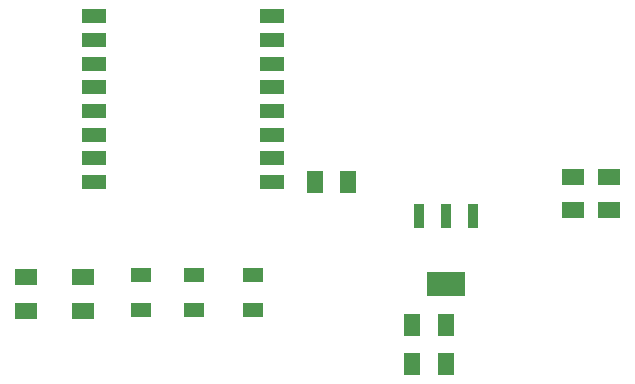
<source format=gbp>
G04*
G04 #@! TF.GenerationSoftware,Altium Limited,Altium Designer,20.1.12 (249)*
G04*
G04 Layer_Color=128*
%FSLAX44Y44*%
%MOMM*%
G71*
G04*
G04 #@! TF.SameCoordinates,2C1882C9-CBDB-4859-8E7C-5A4850A28F2A*
G04*
G04*
G04 #@! TF.FilePolarity,Positive*
G04*
G01*
G75*
%ADD19R,1.3700X1.9100*%
%ADD20R,1.9100X1.3700*%
%ADD21R,1.7700X1.2300*%
%ADD67R,2.0000X1.2000*%
%ADD68R,3.2500X2.1500*%
%ADD69R,0.9500X2.1500*%
D19*
X405210Y35000D02*
D03*
X376790D02*
D03*
X405210Y68000D02*
D03*
X376790D02*
D03*
X294000Y189000D02*
D03*
X322420D02*
D03*
D20*
X543000Y164790D02*
D03*
Y193210D02*
D03*
X513000Y164790D02*
D03*
Y193210D02*
D03*
X50000Y108210D02*
D03*
Y79790D02*
D03*
X98000Y108210D02*
D03*
Y79790D02*
D03*
D21*
X242000Y80340D02*
D03*
Y109660D02*
D03*
X147000Y109660D02*
D03*
Y80340D02*
D03*
X192000Y109660D02*
D03*
Y80340D02*
D03*
D67*
X107650Y328930D02*
D03*
Y308930D02*
D03*
Y288930D02*
D03*
Y268930D02*
D03*
Y248930D02*
D03*
Y228930D02*
D03*
Y208930D02*
D03*
Y188930D02*
D03*
X257650D02*
D03*
Y208930D02*
D03*
Y228930D02*
D03*
Y248930D02*
D03*
Y268930D02*
D03*
Y288930D02*
D03*
Y308930D02*
D03*
Y328930D02*
D03*
D68*
X405000Y102000D02*
D03*
D69*
X428000Y160000D02*
D03*
X405000D02*
D03*
X382000D02*
D03*
M02*

</source>
